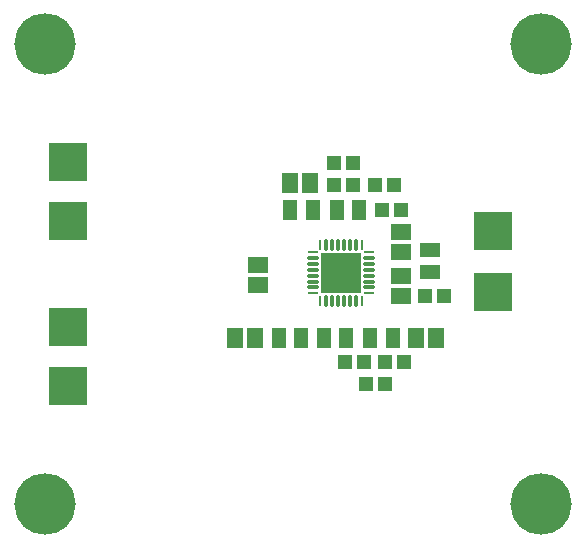
<source format=gbs>
G04*
G04 #@! TF.GenerationSoftware,Altium Limited,Altium Designer,20.0.13 (296)*
G04*
G04 Layer_Color=16711935*
%FSLAX44Y44*%
%MOMM*%
G71*
G01*
G75*
%ADD23R,1.4032X1.7032*%
%ADD27R,1.3032X1.7032*%
%ADD28R,3.2032X3.2032*%
%ADD29C,5.2032*%
%ADD40O,0.2500X0.9000*%
%ADD41O,0.9000X0.2500*%
%ADD43R,1.7032X1.4032*%
%ADD44R,1.2032X1.2032*%
%ADD45R,1.7032X1.3032*%
%ADD46R,3.5032X3.5032*%
%ADD47O,0.3700X1.0200*%
%ADD48O,1.0200X0.3700*%
D23*
X264500Y312000D02*
D03*
X247500D02*
D03*
X354000Y181000D02*
D03*
X371000D02*
D03*
X201500D02*
D03*
X218500D02*
D03*
D27*
X267000Y289000D02*
D03*
X248000D02*
D03*
X306500D02*
D03*
X287500D02*
D03*
X315500Y181000D02*
D03*
X334500D02*
D03*
X295500D02*
D03*
X276500D02*
D03*
X238000D02*
D03*
X257000D02*
D03*
D28*
X420000Y271000D02*
D03*
Y220000D02*
D03*
X60000Y330000D02*
D03*
Y280000D02*
D03*
Y140000D02*
D03*
Y190000D02*
D03*
D29*
X460000Y430000D02*
D03*
X40000D02*
D03*
X460000Y40000D02*
D03*
X40000D02*
D03*
D40*
X308500Y259750D02*
D03*
X273500D02*
D03*
Y212250D02*
D03*
X308500D02*
D03*
D41*
X267250Y253500D02*
D03*
Y218500D02*
D03*
X314750D02*
D03*
Y253500D02*
D03*
D43*
X221000Y242500D02*
D03*
Y225500D02*
D03*
X342000Y270500D02*
D03*
Y253500D02*
D03*
Y233500D02*
D03*
Y216500D02*
D03*
D44*
X285000Y329000D02*
D03*
X301000D02*
D03*
X301000Y310000D02*
D03*
X285000D02*
D03*
X320000D02*
D03*
X336000D02*
D03*
X326000Y289000D02*
D03*
X342000D02*
D03*
X378000Y216000D02*
D03*
X362000D02*
D03*
X328000Y160000D02*
D03*
X344000D02*
D03*
X310000D02*
D03*
X294000D02*
D03*
X312000Y142000D02*
D03*
X328000D02*
D03*
D45*
X366000Y255500D02*
D03*
Y236500D02*
D03*
D46*
X291000Y236000D02*
D03*
D47*
X303500Y259750D02*
D03*
X298500D02*
D03*
X293500D02*
D03*
X288500D02*
D03*
X283500D02*
D03*
X278500D02*
D03*
Y212250D02*
D03*
X283500D02*
D03*
X288500D02*
D03*
X293500D02*
D03*
X298500D02*
D03*
X303500D02*
D03*
D48*
X267250Y248500D02*
D03*
Y243500D02*
D03*
Y238500D02*
D03*
Y233500D02*
D03*
Y228500D02*
D03*
Y223500D02*
D03*
X314750D02*
D03*
Y228500D02*
D03*
Y233500D02*
D03*
Y238500D02*
D03*
Y243500D02*
D03*
Y248500D02*
D03*
M02*

</source>
